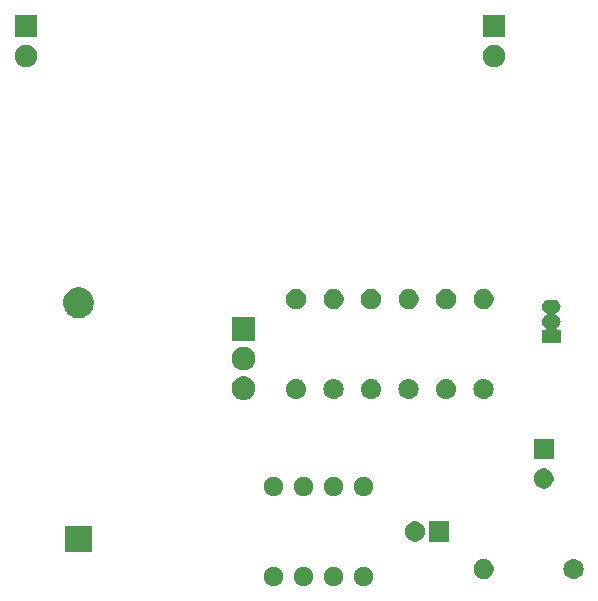
<source format=gbs>
G04 #@! TF.GenerationSoftware,KiCad,Pcbnew,(5.1.4-0-10_14)*
G04 #@! TF.CreationDate,2019-09-05T15:19:51-04:00*
G04 #@! TF.ProjectId,555_Badge,3535355f-4261-4646-9765-2e6b69636164,v01*
G04 #@! TF.SameCoordinates,Original*
G04 #@! TF.FileFunction,Soldermask,Bot*
G04 #@! TF.FilePolarity,Negative*
%FSLAX46Y46*%
G04 Gerber Fmt 4.6, Leading zero omitted, Abs format (unit mm)*
G04 Created by KiCad (PCBNEW (5.1.4-0-10_14)) date 2019-09-05 15:19:51*
%MOMM*%
%LPD*%
G04 APERTURE LIST*
%ADD10C,0.100000*%
G04 APERTURE END LIST*
D10*
G36*
X138032142Y-128123242D02*
G01*
X138180101Y-128184529D01*
X138313255Y-128273499D01*
X138426501Y-128386745D01*
X138515471Y-128519899D01*
X138576758Y-128667858D01*
X138608000Y-128824925D01*
X138608000Y-128985075D01*
X138576758Y-129142142D01*
X138515471Y-129290101D01*
X138426501Y-129423255D01*
X138313255Y-129536501D01*
X138180101Y-129625471D01*
X138032142Y-129686758D01*
X137875075Y-129718000D01*
X137714925Y-129718000D01*
X137557858Y-129686758D01*
X137409899Y-129625471D01*
X137276745Y-129536501D01*
X137163499Y-129423255D01*
X137074529Y-129290101D01*
X137013242Y-129142142D01*
X136982000Y-128985075D01*
X136982000Y-128824925D01*
X137013242Y-128667858D01*
X137074529Y-128519899D01*
X137163499Y-128386745D01*
X137276745Y-128273499D01*
X137409899Y-128184529D01*
X137557858Y-128123242D01*
X137714925Y-128092000D01*
X137875075Y-128092000D01*
X138032142Y-128123242D01*
X138032142Y-128123242D01*
G37*
G36*
X135492142Y-128123242D02*
G01*
X135640101Y-128184529D01*
X135773255Y-128273499D01*
X135886501Y-128386745D01*
X135975471Y-128519899D01*
X136036758Y-128667858D01*
X136068000Y-128824925D01*
X136068000Y-128985075D01*
X136036758Y-129142142D01*
X135975471Y-129290101D01*
X135886501Y-129423255D01*
X135773255Y-129536501D01*
X135640101Y-129625471D01*
X135492142Y-129686758D01*
X135335075Y-129718000D01*
X135174925Y-129718000D01*
X135017858Y-129686758D01*
X134869899Y-129625471D01*
X134736745Y-129536501D01*
X134623499Y-129423255D01*
X134534529Y-129290101D01*
X134473242Y-129142142D01*
X134442000Y-128985075D01*
X134442000Y-128824925D01*
X134473242Y-128667858D01*
X134534529Y-128519899D01*
X134623499Y-128386745D01*
X134736745Y-128273499D01*
X134869899Y-128184529D01*
X135017858Y-128123242D01*
X135174925Y-128092000D01*
X135335075Y-128092000D01*
X135492142Y-128123242D01*
X135492142Y-128123242D01*
G37*
G36*
X132952142Y-128123242D02*
G01*
X133100101Y-128184529D01*
X133233255Y-128273499D01*
X133346501Y-128386745D01*
X133435471Y-128519899D01*
X133496758Y-128667858D01*
X133528000Y-128824925D01*
X133528000Y-128985075D01*
X133496758Y-129142142D01*
X133435471Y-129290101D01*
X133346501Y-129423255D01*
X133233255Y-129536501D01*
X133100101Y-129625471D01*
X132952142Y-129686758D01*
X132795075Y-129718000D01*
X132634925Y-129718000D01*
X132477858Y-129686758D01*
X132329899Y-129625471D01*
X132196745Y-129536501D01*
X132083499Y-129423255D01*
X131994529Y-129290101D01*
X131933242Y-129142142D01*
X131902000Y-128985075D01*
X131902000Y-128824925D01*
X131933242Y-128667858D01*
X131994529Y-128519899D01*
X132083499Y-128386745D01*
X132196745Y-128273499D01*
X132329899Y-128184529D01*
X132477858Y-128123242D01*
X132634925Y-128092000D01*
X132795075Y-128092000D01*
X132952142Y-128123242D01*
X132952142Y-128123242D01*
G37*
G36*
X130412142Y-128123242D02*
G01*
X130560101Y-128184529D01*
X130693255Y-128273499D01*
X130806501Y-128386745D01*
X130895471Y-128519899D01*
X130956758Y-128667858D01*
X130988000Y-128824925D01*
X130988000Y-128985075D01*
X130956758Y-129142142D01*
X130895471Y-129290101D01*
X130806501Y-129423255D01*
X130693255Y-129536501D01*
X130560101Y-129625471D01*
X130412142Y-129686758D01*
X130255075Y-129718000D01*
X130094925Y-129718000D01*
X129937858Y-129686758D01*
X129789899Y-129625471D01*
X129656745Y-129536501D01*
X129543499Y-129423255D01*
X129454529Y-129290101D01*
X129393242Y-129142142D01*
X129362000Y-128985075D01*
X129362000Y-128824925D01*
X129393242Y-128667858D01*
X129454529Y-128519899D01*
X129543499Y-128386745D01*
X129656745Y-128273499D01*
X129789899Y-128184529D01*
X129937858Y-128123242D01*
X130094925Y-128092000D01*
X130255075Y-128092000D01*
X130412142Y-128123242D01*
X130412142Y-128123242D01*
G37*
G36*
X155741823Y-127431313D02*
G01*
X155902242Y-127479976D01*
X155969361Y-127515852D01*
X156050078Y-127558996D01*
X156179659Y-127665341D01*
X156286004Y-127794922D01*
X156286005Y-127794924D01*
X156365024Y-127942758D01*
X156413687Y-128103177D01*
X156430117Y-128270000D01*
X156413687Y-128436823D01*
X156365024Y-128597242D01*
X156324477Y-128673100D01*
X156286004Y-128745078D01*
X156179659Y-128874659D01*
X156050078Y-128981004D01*
X156042462Y-128985075D01*
X155902242Y-129060024D01*
X155741823Y-129108687D01*
X155616804Y-129121000D01*
X155533196Y-129121000D01*
X155408177Y-129108687D01*
X155247758Y-129060024D01*
X155107538Y-128985075D01*
X155099922Y-128981004D01*
X154970341Y-128874659D01*
X154863996Y-128745078D01*
X154825523Y-128673100D01*
X154784976Y-128597242D01*
X154736313Y-128436823D01*
X154719883Y-128270000D01*
X154736313Y-128103177D01*
X154784976Y-127942758D01*
X154863995Y-127794924D01*
X154863996Y-127794922D01*
X154970341Y-127665341D01*
X155099922Y-127558996D01*
X155180639Y-127515852D01*
X155247758Y-127479976D01*
X155408177Y-127431313D01*
X155533196Y-127419000D01*
X155616804Y-127419000D01*
X155741823Y-127431313D01*
X155741823Y-127431313D01*
G37*
G36*
X148203228Y-127451703D02*
G01*
X148358100Y-127515853D01*
X148497481Y-127608985D01*
X148616015Y-127727519D01*
X148709147Y-127866900D01*
X148773297Y-128021772D01*
X148806000Y-128186184D01*
X148806000Y-128353816D01*
X148773297Y-128518228D01*
X148709147Y-128673100D01*
X148616015Y-128812481D01*
X148497481Y-128931015D01*
X148358100Y-129024147D01*
X148203228Y-129088297D01*
X148038816Y-129121000D01*
X147871184Y-129121000D01*
X147706772Y-129088297D01*
X147551900Y-129024147D01*
X147412519Y-128931015D01*
X147293985Y-128812481D01*
X147200853Y-128673100D01*
X147136703Y-128518228D01*
X147104000Y-128353816D01*
X147104000Y-128186184D01*
X147136703Y-128021772D01*
X147200853Y-127866900D01*
X147293985Y-127727519D01*
X147412519Y-127608985D01*
X147551900Y-127515853D01*
X147706772Y-127451703D01*
X147871184Y-127419000D01*
X148038816Y-127419000D01*
X148203228Y-127451703D01*
X148203228Y-127451703D01*
G37*
G36*
X114801000Y-126866000D02*
G01*
X112529000Y-126866000D01*
X112529000Y-124594000D01*
X114801000Y-124594000D01*
X114801000Y-126866000D01*
X114801000Y-126866000D01*
G37*
G36*
X144996000Y-125946000D02*
G01*
X143294000Y-125946000D01*
X143294000Y-124244000D01*
X144996000Y-124244000D01*
X144996000Y-125946000D01*
X144996000Y-125946000D01*
G37*
G36*
X142393228Y-124276703D02*
G01*
X142548100Y-124340853D01*
X142687481Y-124433985D01*
X142806015Y-124552519D01*
X142899147Y-124691900D01*
X142963297Y-124846772D01*
X142996000Y-125011184D01*
X142996000Y-125178816D01*
X142963297Y-125343228D01*
X142899147Y-125498100D01*
X142806015Y-125637481D01*
X142687481Y-125756015D01*
X142548100Y-125849147D01*
X142393228Y-125913297D01*
X142228816Y-125946000D01*
X142061184Y-125946000D01*
X141896772Y-125913297D01*
X141741900Y-125849147D01*
X141602519Y-125756015D01*
X141483985Y-125637481D01*
X141390853Y-125498100D01*
X141326703Y-125343228D01*
X141294000Y-125178816D01*
X141294000Y-125011184D01*
X141326703Y-124846772D01*
X141390853Y-124691900D01*
X141483985Y-124552519D01*
X141602519Y-124433985D01*
X141741900Y-124340853D01*
X141896772Y-124276703D01*
X142061184Y-124244000D01*
X142228816Y-124244000D01*
X142393228Y-124276703D01*
X142393228Y-124276703D01*
G37*
G36*
X130412142Y-120503242D02*
G01*
X130560101Y-120564529D01*
X130693255Y-120653499D01*
X130806501Y-120766745D01*
X130895471Y-120899899D01*
X130956758Y-121047858D01*
X130988000Y-121204925D01*
X130988000Y-121365075D01*
X130956758Y-121522142D01*
X130895471Y-121670101D01*
X130806501Y-121803255D01*
X130693255Y-121916501D01*
X130560101Y-122005471D01*
X130412142Y-122066758D01*
X130255075Y-122098000D01*
X130094925Y-122098000D01*
X129937858Y-122066758D01*
X129789899Y-122005471D01*
X129656745Y-121916501D01*
X129543499Y-121803255D01*
X129454529Y-121670101D01*
X129393242Y-121522142D01*
X129362000Y-121365075D01*
X129362000Y-121204925D01*
X129393242Y-121047858D01*
X129454529Y-120899899D01*
X129543499Y-120766745D01*
X129656745Y-120653499D01*
X129789899Y-120564529D01*
X129937858Y-120503242D01*
X130094925Y-120472000D01*
X130255075Y-120472000D01*
X130412142Y-120503242D01*
X130412142Y-120503242D01*
G37*
G36*
X132952142Y-120503242D02*
G01*
X133100101Y-120564529D01*
X133233255Y-120653499D01*
X133346501Y-120766745D01*
X133435471Y-120899899D01*
X133496758Y-121047858D01*
X133528000Y-121204925D01*
X133528000Y-121365075D01*
X133496758Y-121522142D01*
X133435471Y-121670101D01*
X133346501Y-121803255D01*
X133233255Y-121916501D01*
X133100101Y-122005471D01*
X132952142Y-122066758D01*
X132795075Y-122098000D01*
X132634925Y-122098000D01*
X132477858Y-122066758D01*
X132329899Y-122005471D01*
X132196745Y-121916501D01*
X132083499Y-121803255D01*
X131994529Y-121670101D01*
X131933242Y-121522142D01*
X131902000Y-121365075D01*
X131902000Y-121204925D01*
X131933242Y-121047858D01*
X131994529Y-120899899D01*
X132083499Y-120766745D01*
X132196745Y-120653499D01*
X132329899Y-120564529D01*
X132477858Y-120503242D01*
X132634925Y-120472000D01*
X132795075Y-120472000D01*
X132952142Y-120503242D01*
X132952142Y-120503242D01*
G37*
G36*
X135492142Y-120503242D02*
G01*
X135640101Y-120564529D01*
X135773255Y-120653499D01*
X135886501Y-120766745D01*
X135975471Y-120899899D01*
X136036758Y-121047858D01*
X136068000Y-121204925D01*
X136068000Y-121365075D01*
X136036758Y-121522142D01*
X135975471Y-121670101D01*
X135886501Y-121803255D01*
X135773255Y-121916501D01*
X135640101Y-122005471D01*
X135492142Y-122066758D01*
X135335075Y-122098000D01*
X135174925Y-122098000D01*
X135017858Y-122066758D01*
X134869899Y-122005471D01*
X134736745Y-121916501D01*
X134623499Y-121803255D01*
X134534529Y-121670101D01*
X134473242Y-121522142D01*
X134442000Y-121365075D01*
X134442000Y-121204925D01*
X134473242Y-121047858D01*
X134534529Y-120899899D01*
X134623499Y-120766745D01*
X134736745Y-120653499D01*
X134869899Y-120564529D01*
X135017858Y-120503242D01*
X135174925Y-120472000D01*
X135335075Y-120472000D01*
X135492142Y-120503242D01*
X135492142Y-120503242D01*
G37*
G36*
X138032142Y-120503242D02*
G01*
X138180101Y-120564529D01*
X138313255Y-120653499D01*
X138426501Y-120766745D01*
X138515471Y-120899899D01*
X138576758Y-121047858D01*
X138608000Y-121204925D01*
X138608000Y-121365075D01*
X138576758Y-121522142D01*
X138515471Y-121670101D01*
X138426501Y-121803255D01*
X138313255Y-121916501D01*
X138180101Y-122005471D01*
X138032142Y-122066758D01*
X137875075Y-122098000D01*
X137714925Y-122098000D01*
X137557858Y-122066758D01*
X137409899Y-122005471D01*
X137276745Y-121916501D01*
X137163499Y-121803255D01*
X137074529Y-121670101D01*
X137013242Y-121522142D01*
X136982000Y-121365075D01*
X136982000Y-121204925D01*
X137013242Y-121047858D01*
X137074529Y-120899899D01*
X137163499Y-120766745D01*
X137276745Y-120653499D01*
X137409899Y-120564529D01*
X137557858Y-120503242D01*
X137714925Y-120472000D01*
X137875075Y-120472000D01*
X138032142Y-120503242D01*
X138032142Y-120503242D01*
G37*
G36*
X153283228Y-119791703D02*
G01*
X153438100Y-119855853D01*
X153577481Y-119948985D01*
X153696015Y-120067519D01*
X153789147Y-120206900D01*
X153853297Y-120361772D01*
X153886000Y-120526184D01*
X153886000Y-120693816D01*
X153853297Y-120858228D01*
X153789147Y-121013100D01*
X153696015Y-121152481D01*
X153577481Y-121271015D01*
X153438100Y-121364147D01*
X153283228Y-121428297D01*
X153118816Y-121461000D01*
X152951184Y-121461000D01*
X152786772Y-121428297D01*
X152631900Y-121364147D01*
X152492519Y-121271015D01*
X152373985Y-121152481D01*
X152280853Y-121013100D01*
X152216703Y-120858228D01*
X152184000Y-120693816D01*
X152184000Y-120526184D01*
X152216703Y-120361772D01*
X152280853Y-120206900D01*
X152373985Y-120067519D01*
X152492519Y-119948985D01*
X152631900Y-119855853D01*
X152786772Y-119791703D01*
X152951184Y-119759000D01*
X153118816Y-119759000D01*
X153283228Y-119791703D01*
X153283228Y-119791703D01*
G37*
G36*
X153886000Y-118961000D02*
G01*
X152184000Y-118961000D01*
X152184000Y-117259000D01*
X153886000Y-117259000D01*
X153886000Y-118961000D01*
X153886000Y-118961000D01*
G37*
G36*
X127830285Y-111968234D02*
G01*
X127926981Y-111987468D01*
X128109151Y-112062926D01*
X128273100Y-112172473D01*
X128412527Y-112311900D01*
X128522074Y-112475849D01*
X128597532Y-112658019D01*
X128636000Y-112851410D01*
X128636000Y-113048590D01*
X128597532Y-113241981D01*
X128522074Y-113424151D01*
X128412527Y-113588100D01*
X128273100Y-113727527D01*
X128109151Y-113837074D01*
X127926981Y-113912532D01*
X127830285Y-113931766D01*
X127733591Y-113951000D01*
X127536409Y-113951000D01*
X127439715Y-113931766D01*
X127343019Y-113912532D01*
X127160849Y-113837074D01*
X126996900Y-113727527D01*
X126857473Y-113588100D01*
X126747926Y-113424151D01*
X126672468Y-113241981D01*
X126634000Y-113048590D01*
X126634000Y-112851410D01*
X126672468Y-112658019D01*
X126747926Y-112475849D01*
X126857473Y-112311900D01*
X126996900Y-112172473D01*
X127160849Y-112062926D01*
X127343019Y-111987468D01*
X127439715Y-111968234D01*
X127536409Y-111949000D01*
X127733591Y-111949000D01*
X127830285Y-111968234D01*
X127830285Y-111968234D01*
G37*
G36*
X132246823Y-112191313D02*
G01*
X132407242Y-112239976D01*
X132539906Y-112310886D01*
X132555078Y-112318996D01*
X132684659Y-112425341D01*
X132791004Y-112554922D01*
X132791005Y-112554924D01*
X132870024Y-112702758D01*
X132918687Y-112863177D01*
X132935117Y-113030000D01*
X132918687Y-113196823D01*
X132870024Y-113357242D01*
X132834261Y-113424149D01*
X132791004Y-113505078D01*
X132684659Y-113634659D01*
X132555078Y-113741004D01*
X132555076Y-113741005D01*
X132407242Y-113820024D01*
X132246823Y-113868687D01*
X132121804Y-113881000D01*
X132038196Y-113881000D01*
X131913177Y-113868687D01*
X131752758Y-113820024D01*
X131604924Y-113741005D01*
X131604922Y-113741004D01*
X131475341Y-113634659D01*
X131368996Y-113505078D01*
X131325739Y-113424149D01*
X131289976Y-113357242D01*
X131241313Y-113196823D01*
X131224883Y-113030000D01*
X131241313Y-112863177D01*
X131289976Y-112702758D01*
X131368995Y-112554924D01*
X131368996Y-112554922D01*
X131475341Y-112425341D01*
X131604922Y-112318996D01*
X131620094Y-112310886D01*
X131752758Y-112239976D01*
X131913177Y-112191313D01*
X132038196Y-112179000D01*
X132121804Y-112179000D01*
X132246823Y-112191313D01*
X132246823Y-112191313D01*
G37*
G36*
X144946823Y-112191313D02*
G01*
X145107242Y-112239976D01*
X145239906Y-112310886D01*
X145255078Y-112318996D01*
X145384659Y-112425341D01*
X145491004Y-112554922D01*
X145491005Y-112554924D01*
X145570024Y-112702758D01*
X145618687Y-112863177D01*
X145635117Y-113030000D01*
X145618687Y-113196823D01*
X145570024Y-113357242D01*
X145534261Y-113424149D01*
X145491004Y-113505078D01*
X145384659Y-113634659D01*
X145255078Y-113741004D01*
X145255076Y-113741005D01*
X145107242Y-113820024D01*
X144946823Y-113868687D01*
X144821804Y-113881000D01*
X144738196Y-113881000D01*
X144613177Y-113868687D01*
X144452758Y-113820024D01*
X144304924Y-113741005D01*
X144304922Y-113741004D01*
X144175341Y-113634659D01*
X144068996Y-113505078D01*
X144025739Y-113424149D01*
X143989976Y-113357242D01*
X143941313Y-113196823D01*
X143924883Y-113030000D01*
X143941313Y-112863177D01*
X143989976Y-112702758D01*
X144068995Y-112554924D01*
X144068996Y-112554922D01*
X144175341Y-112425341D01*
X144304922Y-112318996D01*
X144320094Y-112310886D01*
X144452758Y-112239976D01*
X144613177Y-112191313D01*
X144738196Y-112179000D01*
X144821804Y-112179000D01*
X144946823Y-112191313D01*
X144946823Y-112191313D01*
G37*
G36*
X141771823Y-112191313D02*
G01*
X141932242Y-112239976D01*
X142064906Y-112310886D01*
X142080078Y-112318996D01*
X142209659Y-112425341D01*
X142316004Y-112554922D01*
X142316005Y-112554924D01*
X142395024Y-112702758D01*
X142443687Y-112863177D01*
X142460117Y-113030000D01*
X142443687Y-113196823D01*
X142395024Y-113357242D01*
X142359261Y-113424149D01*
X142316004Y-113505078D01*
X142209659Y-113634659D01*
X142080078Y-113741004D01*
X142080076Y-113741005D01*
X141932242Y-113820024D01*
X141771823Y-113868687D01*
X141646804Y-113881000D01*
X141563196Y-113881000D01*
X141438177Y-113868687D01*
X141277758Y-113820024D01*
X141129924Y-113741005D01*
X141129922Y-113741004D01*
X141000341Y-113634659D01*
X140893996Y-113505078D01*
X140850739Y-113424149D01*
X140814976Y-113357242D01*
X140766313Y-113196823D01*
X140749883Y-113030000D01*
X140766313Y-112863177D01*
X140814976Y-112702758D01*
X140893995Y-112554924D01*
X140893996Y-112554922D01*
X141000341Y-112425341D01*
X141129922Y-112318996D01*
X141145094Y-112310886D01*
X141277758Y-112239976D01*
X141438177Y-112191313D01*
X141563196Y-112179000D01*
X141646804Y-112179000D01*
X141771823Y-112191313D01*
X141771823Y-112191313D01*
G37*
G36*
X148121823Y-112191313D02*
G01*
X148282242Y-112239976D01*
X148414906Y-112310886D01*
X148430078Y-112318996D01*
X148559659Y-112425341D01*
X148666004Y-112554922D01*
X148666005Y-112554924D01*
X148745024Y-112702758D01*
X148793687Y-112863177D01*
X148810117Y-113030000D01*
X148793687Y-113196823D01*
X148745024Y-113357242D01*
X148709261Y-113424149D01*
X148666004Y-113505078D01*
X148559659Y-113634659D01*
X148430078Y-113741004D01*
X148430076Y-113741005D01*
X148282242Y-113820024D01*
X148121823Y-113868687D01*
X147996804Y-113881000D01*
X147913196Y-113881000D01*
X147788177Y-113868687D01*
X147627758Y-113820024D01*
X147479924Y-113741005D01*
X147479922Y-113741004D01*
X147350341Y-113634659D01*
X147243996Y-113505078D01*
X147200739Y-113424149D01*
X147164976Y-113357242D01*
X147116313Y-113196823D01*
X147099883Y-113030000D01*
X147116313Y-112863177D01*
X147164976Y-112702758D01*
X147243995Y-112554924D01*
X147243996Y-112554922D01*
X147350341Y-112425341D01*
X147479922Y-112318996D01*
X147495094Y-112310886D01*
X147627758Y-112239976D01*
X147788177Y-112191313D01*
X147913196Y-112179000D01*
X147996804Y-112179000D01*
X148121823Y-112191313D01*
X148121823Y-112191313D01*
G37*
G36*
X135421823Y-112191313D02*
G01*
X135582242Y-112239976D01*
X135714906Y-112310886D01*
X135730078Y-112318996D01*
X135859659Y-112425341D01*
X135966004Y-112554922D01*
X135966005Y-112554924D01*
X136045024Y-112702758D01*
X136093687Y-112863177D01*
X136110117Y-113030000D01*
X136093687Y-113196823D01*
X136045024Y-113357242D01*
X136009261Y-113424149D01*
X135966004Y-113505078D01*
X135859659Y-113634659D01*
X135730078Y-113741004D01*
X135730076Y-113741005D01*
X135582242Y-113820024D01*
X135421823Y-113868687D01*
X135296804Y-113881000D01*
X135213196Y-113881000D01*
X135088177Y-113868687D01*
X134927758Y-113820024D01*
X134779924Y-113741005D01*
X134779922Y-113741004D01*
X134650341Y-113634659D01*
X134543996Y-113505078D01*
X134500739Y-113424149D01*
X134464976Y-113357242D01*
X134416313Y-113196823D01*
X134399883Y-113030000D01*
X134416313Y-112863177D01*
X134464976Y-112702758D01*
X134543995Y-112554924D01*
X134543996Y-112554922D01*
X134650341Y-112425341D01*
X134779922Y-112318996D01*
X134795094Y-112310886D01*
X134927758Y-112239976D01*
X135088177Y-112191313D01*
X135213196Y-112179000D01*
X135296804Y-112179000D01*
X135421823Y-112191313D01*
X135421823Y-112191313D01*
G37*
G36*
X138596823Y-112191313D02*
G01*
X138757242Y-112239976D01*
X138889906Y-112310886D01*
X138905078Y-112318996D01*
X139034659Y-112425341D01*
X139141004Y-112554922D01*
X139141005Y-112554924D01*
X139220024Y-112702758D01*
X139268687Y-112863177D01*
X139285117Y-113030000D01*
X139268687Y-113196823D01*
X139220024Y-113357242D01*
X139184261Y-113424149D01*
X139141004Y-113505078D01*
X139034659Y-113634659D01*
X138905078Y-113741004D01*
X138905076Y-113741005D01*
X138757242Y-113820024D01*
X138596823Y-113868687D01*
X138471804Y-113881000D01*
X138388196Y-113881000D01*
X138263177Y-113868687D01*
X138102758Y-113820024D01*
X137954924Y-113741005D01*
X137954922Y-113741004D01*
X137825341Y-113634659D01*
X137718996Y-113505078D01*
X137675739Y-113424149D01*
X137639976Y-113357242D01*
X137591313Y-113196823D01*
X137574883Y-113030000D01*
X137591313Y-112863177D01*
X137639976Y-112702758D01*
X137718995Y-112554924D01*
X137718996Y-112554922D01*
X137825341Y-112425341D01*
X137954922Y-112318996D01*
X137970094Y-112310886D01*
X138102758Y-112239976D01*
X138263177Y-112191313D01*
X138388196Y-112179000D01*
X138471804Y-112179000D01*
X138596823Y-112191313D01*
X138596823Y-112191313D01*
G37*
G36*
X127926981Y-109487468D02*
G01*
X128109151Y-109562926D01*
X128273100Y-109672473D01*
X128412527Y-109811900D01*
X128522074Y-109975849D01*
X128597532Y-110158019D01*
X128636000Y-110351410D01*
X128636000Y-110548590D01*
X128597532Y-110741981D01*
X128522074Y-110924151D01*
X128412527Y-111088100D01*
X128273100Y-111227527D01*
X128109151Y-111337074D01*
X127926981Y-111412532D01*
X127830285Y-111431766D01*
X127733591Y-111451000D01*
X127536409Y-111451000D01*
X127439715Y-111431766D01*
X127343019Y-111412532D01*
X127160849Y-111337074D01*
X126996900Y-111227527D01*
X126857473Y-111088100D01*
X126747926Y-110924151D01*
X126672468Y-110741981D01*
X126634000Y-110548590D01*
X126634000Y-110351410D01*
X126672468Y-110158019D01*
X126747926Y-109975849D01*
X126857473Y-109811900D01*
X126996900Y-109672473D01*
X127160849Y-109562926D01*
X127343019Y-109487468D01*
X127536409Y-109449000D01*
X127733591Y-109449000D01*
X127926981Y-109487468D01*
X127926981Y-109487468D01*
G37*
G36*
X154028015Y-105501973D02*
G01*
X154131879Y-105533479D01*
X154159055Y-105548005D01*
X154227600Y-105584643D01*
X154311501Y-105653499D01*
X154380357Y-105737400D01*
X154416995Y-105805945D01*
X154431521Y-105833121D01*
X154463027Y-105936985D01*
X154473666Y-106045000D01*
X154463027Y-106153015D01*
X154431521Y-106256879D01*
X154431519Y-106256882D01*
X154380357Y-106352600D01*
X154311501Y-106436501D01*
X154227600Y-106505357D01*
X154159055Y-106541995D01*
X154131879Y-106556521D01*
X154119131Y-106560388D01*
X154096504Y-106569760D01*
X154076130Y-106583374D01*
X154058803Y-106600701D01*
X154045189Y-106621075D01*
X154035812Y-106643714D01*
X154031031Y-106667747D01*
X154031031Y-106692251D01*
X154035811Y-106716285D01*
X154045188Y-106738924D01*
X154058802Y-106759298D01*
X154076129Y-106776625D01*
X154096503Y-106790239D01*
X154119131Y-106799612D01*
X154131879Y-106803479D01*
X154159055Y-106818005D01*
X154227600Y-106854643D01*
X154311501Y-106923499D01*
X154380357Y-107007400D01*
X154392971Y-107031000D01*
X154431521Y-107103121D01*
X154463027Y-107206985D01*
X154473666Y-107315000D01*
X154463027Y-107423015D01*
X154431521Y-107526879D01*
X154431519Y-107526882D01*
X154380357Y-107622600D01*
X154311501Y-107706501D01*
X154227600Y-107775356D01*
X154183807Y-107798764D01*
X154163437Y-107812375D01*
X154146110Y-107829702D01*
X154132496Y-107850076D01*
X154123119Y-107872715D01*
X154118338Y-107896748D01*
X154118338Y-107921252D01*
X154123118Y-107945286D01*
X154132495Y-107967924D01*
X154146109Y-107988299D01*
X154163436Y-108005626D01*
X154183810Y-108019240D01*
X154206449Y-108028617D01*
X154230482Y-108033398D01*
X154242735Y-108034000D01*
X154471000Y-108034000D01*
X154471000Y-109136000D01*
X152869000Y-109136000D01*
X152869000Y-108034000D01*
X153097265Y-108034000D01*
X153121651Y-108031598D01*
X153145100Y-108024485D01*
X153166711Y-108012934D01*
X153185653Y-107997389D01*
X153201198Y-107978447D01*
X153212749Y-107956836D01*
X153219862Y-107933387D01*
X153222264Y-107909001D01*
X153219862Y-107884615D01*
X153212749Y-107861166D01*
X153201198Y-107839555D01*
X153185653Y-107820613D01*
X153166711Y-107805068D01*
X153156198Y-107798767D01*
X153112400Y-107775356D01*
X153028499Y-107706501D01*
X152959643Y-107622600D01*
X152908481Y-107526882D01*
X152908479Y-107526879D01*
X152876973Y-107423015D01*
X152866334Y-107315000D01*
X152876973Y-107206985D01*
X152908479Y-107103121D01*
X152947029Y-107031000D01*
X152959643Y-107007400D01*
X153028499Y-106923499D01*
X153112400Y-106854643D01*
X153180945Y-106818005D01*
X153208121Y-106803479D01*
X153220869Y-106799612D01*
X153243496Y-106790240D01*
X153263870Y-106776626D01*
X153281197Y-106759299D01*
X153294811Y-106738925D01*
X153304188Y-106716286D01*
X153308969Y-106692253D01*
X153308969Y-106667749D01*
X153304189Y-106643715D01*
X153294812Y-106621076D01*
X153281198Y-106600702D01*
X153263871Y-106583375D01*
X153243497Y-106569761D01*
X153220869Y-106560388D01*
X153208121Y-106556521D01*
X153180945Y-106541995D01*
X153112400Y-106505357D01*
X153028499Y-106436501D01*
X152959643Y-106352600D01*
X152908481Y-106256882D01*
X152908479Y-106256879D01*
X152876973Y-106153015D01*
X152866334Y-106045000D01*
X152876973Y-105936985D01*
X152908479Y-105833121D01*
X152923005Y-105805945D01*
X152959643Y-105737400D01*
X153028499Y-105653499D01*
X153112400Y-105584643D01*
X153180945Y-105548005D01*
X153208121Y-105533479D01*
X153311985Y-105501973D01*
X153392933Y-105494000D01*
X153947067Y-105494000D01*
X154028015Y-105501973D01*
X154028015Y-105501973D01*
G37*
G36*
X128636000Y-108951000D02*
G01*
X126634000Y-108951000D01*
X126634000Y-106949000D01*
X128636000Y-106949000D01*
X128636000Y-108951000D01*
X128636000Y-108951000D01*
G37*
G36*
X114044487Y-104478996D02*
G01*
X114237633Y-104559000D01*
X114281255Y-104577069D01*
X114494339Y-104719447D01*
X114675553Y-104900661D01*
X114746542Y-105006903D01*
X114817932Y-105113747D01*
X114916004Y-105350513D01*
X114966000Y-105601861D01*
X114966000Y-105858139D01*
X114916004Y-106109487D01*
X114853245Y-106261000D01*
X114817931Y-106346255D01*
X114675553Y-106559339D01*
X114494339Y-106740553D01*
X114281255Y-106882931D01*
X114281254Y-106882932D01*
X114281253Y-106882932D01*
X114044487Y-106981004D01*
X113793139Y-107031000D01*
X113536861Y-107031000D01*
X113285513Y-106981004D01*
X113048747Y-106882932D01*
X113048746Y-106882932D01*
X113048745Y-106882931D01*
X112835661Y-106740553D01*
X112654447Y-106559339D01*
X112512069Y-106346255D01*
X112476755Y-106261000D01*
X112413996Y-106109487D01*
X112364000Y-105858139D01*
X112364000Y-105601861D01*
X112413996Y-105350513D01*
X112512068Y-105113747D01*
X112583459Y-105006903D01*
X112654447Y-104900661D01*
X112835661Y-104719447D01*
X113048745Y-104577069D01*
X113092367Y-104559000D01*
X113285513Y-104478996D01*
X113536861Y-104429000D01*
X113793139Y-104429000D01*
X114044487Y-104478996D01*
X114044487Y-104478996D01*
G37*
G36*
X138678228Y-104591703D02*
G01*
X138833100Y-104655853D01*
X138972481Y-104748985D01*
X139091015Y-104867519D01*
X139184147Y-105006900D01*
X139248297Y-105161772D01*
X139281000Y-105326184D01*
X139281000Y-105493816D01*
X139248297Y-105658228D01*
X139184147Y-105813100D01*
X139091015Y-105952481D01*
X138972481Y-106071015D01*
X138833100Y-106164147D01*
X138678228Y-106228297D01*
X138513816Y-106261000D01*
X138346184Y-106261000D01*
X138181772Y-106228297D01*
X138026900Y-106164147D01*
X137887519Y-106071015D01*
X137768985Y-105952481D01*
X137675853Y-105813100D01*
X137611703Y-105658228D01*
X137579000Y-105493816D01*
X137579000Y-105326184D01*
X137611703Y-105161772D01*
X137675853Y-105006900D01*
X137768985Y-104867519D01*
X137887519Y-104748985D01*
X138026900Y-104655853D01*
X138181772Y-104591703D01*
X138346184Y-104559000D01*
X138513816Y-104559000D01*
X138678228Y-104591703D01*
X138678228Y-104591703D01*
G37*
G36*
X141853228Y-104591703D02*
G01*
X142008100Y-104655853D01*
X142147481Y-104748985D01*
X142266015Y-104867519D01*
X142359147Y-105006900D01*
X142423297Y-105161772D01*
X142456000Y-105326184D01*
X142456000Y-105493816D01*
X142423297Y-105658228D01*
X142359147Y-105813100D01*
X142266015Y-105952481D01*
X142147481Y-106071015D01*
X142008100Y-106164147D01*
X141853228Y-106228297D01*
X141688816Y-106261000D01*
X141521184Y-106261000D01*
X141356772Y-106228297D01*
X141201900Y-106164147D01*
X141062519Y-106071015D01*
X140943985Y-105952481D01*
X140850853Y-105813100D01*
X140786703Y-105658228D01*
X140754000Y-105493816D01*
X140754000Y-105326184D01*
X140786703Y-105161772D01*
X140850853Y-105006900D01*
X140943985Y-104867519D01*
X141062519Y-104748985D01*
X141201900Y-104655853D01*
X141356772Y-104591703D01*
X141521184Y-104559000D01*
X141688816Y-104559000D01*
X141853228Y-104591703D01*
X141853228Y-104591703D01*
G37*
G36*
X132328228Y-104591703D02*
G01*
X132483100Y-104655853D01*
X132622481Y-104748985D01*
X132741015Y-104867519D01*
X132834147Y-105006900D01*
X132898297Y-105161772D01*
X132931000Y-105326184D01*
X132931000Y-105493816D01*
X132898297Y-105658228D01*
X132834147Y-105813100D01*
X132741015Y-105952481D01*
X132622481Y-106071015D01*
X132483100Y-106164147D01*
X132328228Y-106228297D01*
X132163816Y-106261000D01*
X131996184Y-106261000D01*
X131831772Y-106228297D01*
X131676900Y-106164147D01*
X131537519Y-106071015D01*
X131418985Y-105952481D01*
X131325853Y-105813100D01*
X131261703Y-105658228D01*
X131229000Y-105493816D01*
X131229000Y-105326184D01*
X131261703Y-105161772D01*
X131325853Y-105006900D01*
X131418985Y-104867519D01*
X131537519Y-104748985D01*
X131676900Y-104655853D01*
X131831772Y-104591703D01*
X131996184Y-104559000D01*
X132163816Y-104559000D01*
X132328228Y-104591703D01*
X132328228Y-104591703D01*
G37*
G36*
X145028228Y-104591703D02*
G01*
X145183100Y-104655853D01*
X145322481Y-104748985D01*
X145441015Y-104867519D01*
X145534147Y-105006900D01*
X145598297Y-105161772D01*
X145631000Y-105326184D01*
X145631000Y-105493816D01*
X145598297Y-105658228D01*
X145534147Y-105813100D01*
X145441015Y-105952481D01*
X145322481Y-106071015D01*
X145183100Y-106164147D01*
X145028228Y-106228297D01*
X144863816Y-106261000D01*
X144696184Y-106261000D01*
X144531772Y-106228297D01*
X144376900Y-106164147D01*
X144237519Y-106071015D01*
X144118985Y-105952481D01*
X144025853Y-105813100D01*
X143961703Y-105658228D01*
X143929000Y-105493816D01*
X143929000Y-105326184D01*
X143961703Y-105161772D01*
X144025853Y-105006900D01*
X144118985Y-104867519D01*
X144237519Y-104748985D01*
X144376900Y-104655853D01*
X144531772Y-104591703D01*
X144696184Y-104559000D01*
X144863816Y-104559000D01*
X145028228Y-104591703D01*
X145028228Y-104591703D01*
G37*
G36*
X148203228Y-104591703D02*
G01*
X148358100Y-104655853D01*
X148497481Y-104748985D01*
X148616015Y-104867519D01*
X148709147Y-105006900D01*
X148773297Y-105161772D01*
X148806000Y-105326184D01*
X148806000Y-105493816D01*
X148773297Y-105658228D01*
X148709147Y-105813100D01*
X148616015Y-105952481D01*
X148497481Y-106071015D01*
X148358100Y-106164147D01*
X148203228Y-106228297D01*
X148038816Y-106261000D01*
X147871184Y-106261000D01*
X147706772Y-106228297D01*
X147551900Y-106164147D01*
X147412519Y-106071015D01*
X147293985Y-105952481D01*
X147200853Y-105813100D01*
X147136703Y-105658228D01*
X147104000Y-105493816D01*
X147104000Y-105326184D01*
X147136703Y-105161772D01*
X147200853Y-105006900D01*
X147293985Y-104867519D01*
X147412519Y-104748985D01*
X147551900Y-104655853D01*
X147706772Y-104591703D01*
X147871184Y-104559000D01*
X148038816Y-104559000D01*
X148203228Y-104591703D01*
X148203228Y-104591703D01*
G37*
G36*
X135503228Y-104591703D02*
G01*
X135658100Y-104655853D01*
X135797481Y-104748985D01*
X135916015Y-104867519D01*
X136009147Y-105006900D01*
X136073297Y-105161772D01*
X136106000Y-105326184D01*
X136106000Y-105493816D01*
X136073297Y-105658228D01*
X136009147Y-105813100D01*
X135916015Y-105952481D01*
X135797481Y-106071015D01*
X135658100Y-106164147D01*
X135503228Y-106228297D01*
X135338816Y-106261000D01*
X135171184Y-106261000D01*
X135006772Y-106228297D01*
X134851900Y-106164147D01*
X134712519Y-106071015D01*
X134593985Y-105952481D01*
X134500853Y-105813100D01*
X134436703Y-105658228D01*
X134404000Y-105493816D01*
X134404000Y-105326184D01*
X134436703Y-105161772D01*
X134500853Y-105006900D01*
X134593985Y-104867519D01*
X134712519Y-104748985D01*
X134851900Y-104655853D01*
X135006772Y-104591703D01*
X135171184Y-104559000D01*
X135338816Y-104559000D01*
X135503228Y-104591703D01*
X135503228Y-104591703D01*
G37*
G36*
X109497395Y-83921546D02*
G01*
X109670466Y-83993234D01*
X109670467Y-83993235D01*
X109826227Y-84097310D01*
X109958690Y-84229773D01*
X109958691Y-84229775D01*
X110062766Y-84385534D01*
X110134454Y-84558605D01*
X110171000Y-84742333D01*
X110171000Y-84929667D01*
X110134454Y-85113395D01*
X110062766Y-85286466D01*
X110062765Y-85286467D01*
X109958690Y-85442227D01*
X109826227Y-85574690D01*
X109747818Y-85627081D01*
X109670466Y-85678766D01*
X109497395Y-85750454D01*
X109313667Y-85787000D01*
X109126333Y-85787000D01*
X108942605Y-85750454D01*
X108769534Y-85678766D01*
X108692182Y-85627081D01*
X108613773Y-85574690D01*
X108481310Y-85442227D01*
X108377235Y-85286467D01*
X108377234Y-85286466D01*
X108305546Y-85113395D01*
X108269000Y-84929667D01*
X108269000Y-84742333D01*
X108305546Y-84558605D01*
X108377234Y-84385534D01*
X108481309Y-84229775D01*
X108481310Y-84229773D01*
X108613773Y-84097310D01*
X108769533Y-83993235D01*
X108769534Y-83993234D01*
X108942605Y-83921546D01*
X109126333Y-83885000D01*
X109313667Y-83885000D01*
X109497395Y-83921546D01*
X109497395Y-83921546D01*
G37*
G36*
X149121395Y-83921546D02*
G01*
X149294466Y-83993234D01*
X149294467Y-83993235D01*
X149450227Y-84097310D01*
X149582690Y-84229773D01*
X149582691Y-84229775D01*
X149686766Y-84385534D01*
X149758454Y-84558605D01*
X149795000Y-84742333D01*
X149795000Y-84929667D01*
X149758454Y-85113395D01*
X149686766Y-85286466D01*
X149686765Y-85286467D01*
X149582690Y-85442227D01*
X149450227Y-85574690D01*
X149371818Y-85627081D01*
X149294466Y-85678766D01*
X149121395Y-85750454D01*
X148937667Y-85787000D01*
X148750333Y-85787000D01*
X148566605Y-85750454D01*
X148393534Y-85678766D01*
X148316182Y-85627081D01*
X148237773Y-85574690D01*
X148105310Y-85442227D01*
X148001235Y-85286467D01*
X148001234Y-85286466D01*
X147929546Y-85113395D01*
X147893000Y-84929667D01*
X147893000Y-84742333D01*
X147929546Y-84558605D01*
X148001234Y-84385534D01*
X148105309Y-84229775D01*
X148105310Y-84229773D01*
X148237773Y-84097310D01*
X148393533Y-83993235D01*
X148393534Y-83993234D01*
X148566605Y-83921546D01*
X148750333Y-83885000D01*
X148937667Y-83885000D01*
X149121395Y-83921546D01*
X149121395Y-83921546D01*
G37*
G36*
X110171000Y-83247000D02*
G01*
X108269000Y-83247000D01*
X108269000Y-81345000D01*
X110171000Y-81345000D01*
X110171000Y-83247000D01*
X110171000Y-83247000D01*
G37*
G36*
X149795000Y-83247000D02*
G01*
X147893000Y-83247000D01*
X147893000Y-81345000D01*
X149795000Y-81345000D01*
X149795000Y-83247000D01*
X149795000Y-83247000D01*
G37*
M02*

</source>
